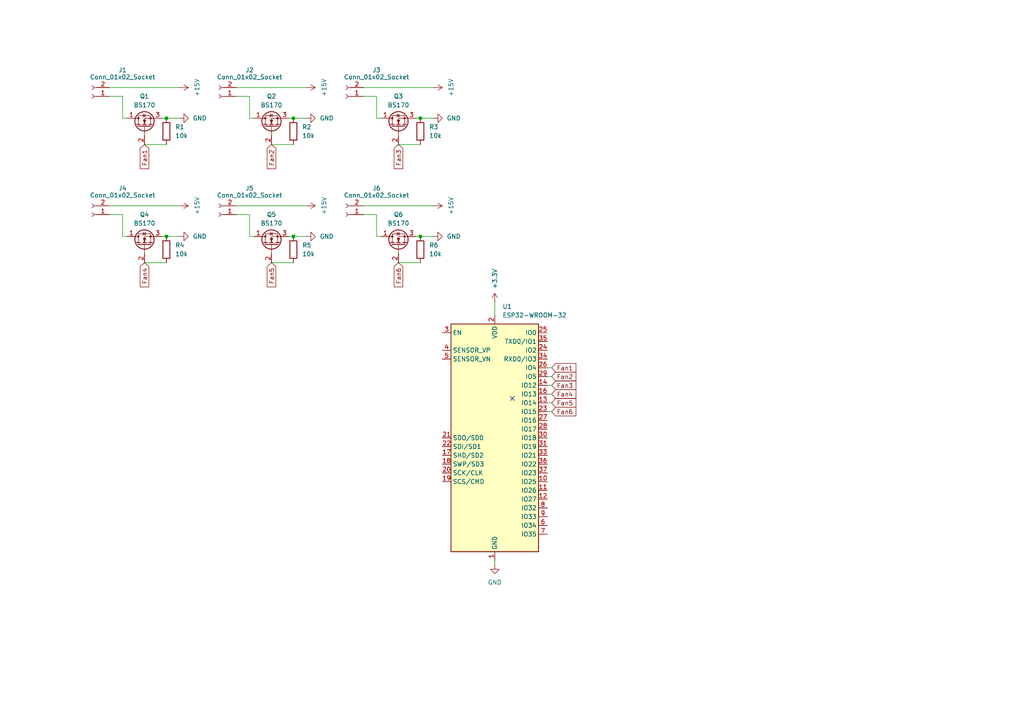
<source format=kicad_sch>
(kicad_sch (version 20231120) (generator "eeschema") (generator_version "8.0")
  (paper "A4")
  (lib_symbols
    (symbol "Connector:Conn_01x02_Socket" (pin_names (offset 1.016) hide)
      (property "Reference" "J" (at 0 2.54 0))
      (property "Value" "Conn_01x02_Socket" (at 0 -5.08 0))
      (symbol "Conn_01x02_Socket_1_1"
        (arc (start 0 -2.032) (mid -0.5058 -2.54) (end 0 -3.048) (stroke (width 0.1524)))
        (polyline (pts (xy -1.27 -2.54) (xy -0.508 -2.54)) (stroke (width 0.1524)))
        (polyline (pts (xy -1.27 0) (xy -0.508 0)) (stroke (width 0.1524)))
        (arc (start 0 0.508) (mid -0.5058 0) (end 0 -0.508) (stroke (width 0.1524)))
        (pin passive line (at -5.08 0 0) (length 3.81) (name "Pin_1") (number "1"))
        (pin passive line (at -5.08 -2.54 0) (length 3.81) (name "Pin_2") (number "2"))
      )
    )
    (symbol "Device:R" (pin_numbers hide) (pin_names (offset 0))
      (property "Reference" "R" (at 2.032 0 90))
      (property "Value" "R" (at 0 0 90))
      (symbol "R_0_1"
        (rectangle (start -1.016 -2.54) (end 1.016 2.54) (stroke (width 0.254)))
      )
      (symbol "R_1_1"
        (pin passive line (at 0 3.81 270) (length 1.27) (name "~") (number "1"))
        (pin passive line (at 0 -3.81 90) (length 1.27) (name "~") (number "2"))
      )
    )
    (symbol "RF_Module:ESP32-WROOM-32"
      (property "Reference" "U" (at -12.7 34.29 0))
      (property "Value" "ESP32-WROOM-32" (at 1.27 34.29 0))
      (symbol "ESP32-WROOM-32_0_1"
        (rectangle (start -12.7 33.02) (end 12.7 -33.02) (stroke (width 0.254)) (fill (type background)))
      )
      (symbol "ESP32-WROOM-32_1_1"
        (pin power_in line (at 0 -35.56 90) (length 2.54) (name "GND") (number "1"))
        (pin bidirectional line (at 15.24 -12.7 180) (length 2.54) (name "IO25") (number "10"))
        (pin bidirectional line (at 15.24 -15.24 180) (length 2.54) (name "IO26") (number "11"))
        (pin bidirectional line (at 15.24 -17.78 180) (length 2.54) (name "IO27") (number "12"))
        (pin bidirectional line (at 15.24 10.16 180) (length 2.54) (name "IO14") (number "13"))
        (pin bidirectional line (at 15.24 15.24 180) (length 2.54) (name "IO12") (number "14"))
        (pin passive line (at 0 -35.56 90) (length 2.54) hide (name "GND") (number "15"))
        (pin bidirectional line (at 15.24 12.7 180) (length 2.54) (name "IO13") (number "16"))
        (pin bidirectional line (at -15.24 -5.08 0) (length 2.54) (name "SHD/SD2") (number "17"))
        (pin bidirectional line (at -15.24 -7.62 0) (length 2.54) (name "SWP/SD3") (number "18"))
        (pin bidirectional line (at -15.24 -12.7 0) (length 2.54) (name "SCS/CMD") (number "19"))
        (pin power_in line (at 0 35.56 270) (length 2.54) (name "VDD") (number "2"))
        (pin bidirectional line (at -15.24 -10.16 0) (length 2.54) (name "SCK/CLK") (number "20"))
        (pin bidirectional line (at -15.24 0 0) (length 2.54) (name "SDO/SD0") (number "21"))
        (pin bidirectional line (at -15.24 -2.54 0) (length 2.54) (name "SDI/SD1") (number "22"))
        (pin bidirectional line (at 15.24 7.62 180) (length 2.54) (name "IO15") (number "23"))
        (pin bidirectional line (at 15.24 25.4 180) (length 2.54) (name "IO2") (number "24"))
        (pin bidirectional line (at 15.24 30.48 180) (length 2.54) (name "IO0") (number "25"))
        (pin bidirectional line (at 15.24 20.32 180) (length 2.54) (name "IO4") (number "26"))
        (pin bidirectional line (at 15.24 5.08 180) (length 2.54) (name "IO16") (number "27"))
        (pin bidirectional line (at 15.24 2.54 180) (length 2.54) (name "IO17") (number "28"))
        (pin bidirectional line (at 15.24 17.78 180) (length 2.54) (name "IO5") (number "29"))
        (pin input line (at -15.24 30.48 0) (length 2.54) (name "EN") (number "3"))
        (pin bidirectional line (at 15.24 0 180) (length 2.54) (name "IO18") (number "30"))
        (pin bidirectional line (at 15.24 -2.54 180) (length 2.54) (name "IO19") (number "31"))
        (pin no_connect line (at -12.7 -27.94 0) (length 2.54) hide (name "NC") (number "32"))
        (pin bidirectional line (at 15.24 -5.08 180) (length 2.54) (name "IO21") (number "33"))
        (pin bidirectional line (at 15.24 22.86 180) (length 2.54) (name "RXD0/IO3") (number "34"))
        (pin bidirectional line (at 15.24 27.94 180) (length 2.54) (name "TXD0/IO1") (number "35"))
        (pin bidirectional line (at 15.24 -7.62 180) (length 2.54) (name "IO22") (number "36"))
        (pin bidirectional line (at 15.24 -10.16 180) (length 2.54) (name "IO23") (number "37"))
        (pin passive line (at 0 -35.56 90) (length 2.54) hide (name "GND") (number "38"))
        (pin passive line (at 0 -35.56 90) (length 2.54) hide (name "GND") (number "39"))
        (pin input line (at -15.24 25.4 0) (length 2.54) (name "SENSOR_VP") (number "4"))
        (pin input line (at -15.24 22.86 0) (length 2.54) (name "SENSOR_VN") (number "5"))
        (pin input line (at 15.24 -25.4 180) (length 2.54) (name "IO34") (number "6"))
        (pin input line (at 15.24 -27.94 180) (length 2.54) (name "IO35") (number "7"))
        (pin bidirectional line (at 15.24 -20.32 180) (length 2.54) (name "IO32") (number "8"))
        (pin bidirectional line (at 15.24 -22.86 180) (length 2.54) (name "IO33") (number "9"))
      )
    )
    (symbol "Transistor_FET:BS170" (pin_names hide)
      (property "Reference" "Q" (at 5.08 1.905 0))
      (property "Value" "BS170" (at 5.08 0 0))
      (symbol "BS170_0_1"
        (polyline (pts (xy 0.254 0) (xy -2.54 0)))
        (polyline (pts (xy 0.254 1.905) (xy 0.254 -1.905)) (stroke (width 0.254)))
        (polyline (pts (xy 0.762 -1.27) (xy 0.762 -2.286)) (stroke (width 0.254)))
        (polyline (pts (xy 0.762 0.508) (xy 0.762 -0.508)) (stroke (width 0.254)))
        (polyline (pts (xy 0.762 2.286) (xy 0.762 1.27)) (stroke (width 0.254)))
        (polyline (pts (xy 2.54 2.54) (xy 2.54 1.778)))
        (polyline (pts (xy 2.54 -2.54) (xy 2.54 0) (xy 0.762 0)))
        (polyline (pts (xy 0.762 -1.778) (xy 3.302 -1.778) (xy 3.302 1.778) (xy 0.762 1.778)))
        (polyline (pts (xy 1.016 0) (xy 2.032 0.381) (xy 2.032 -0.381) (xy 1.016 0)) (fill (type outline)))
        (polyline (pts (xy 2.794 0.508) (xy 2.921 0.381) (xy 3.683 0.381) (xy 3.81 0.254)))
        (polyline (pts (xy 3.302 0.381) (xy 2.921 -0.254) (xy 3.683 -0.254) (xy 3.302 0.381)))
        (circle (center 1.651 0) (radius 2.794) (stroke (width 0.254)))
        (circle (center 2.54 -1.778) (radius 0.254) (fill (type outline)))
        (circle (center 2.54 1.778) (radius 0.254) (fill (type outline)))
      )
      (symbol "BS170_1_1"
        (pin passive line (at 2.54 5.08 270) (length 2.54) (name "D") (number "1"))
        (pin input line (at -5.08 0 0) (length 2.54) (name "G") (number "2"))
        (pin passive line (at 2.54 -5.08 90) (length 2.54) (name "S") (number "3"))
      )
    )
    (symbol "power:+15V" (power) (pin_numbers hide) (pin_names (offset 0) hide)
      (property "Value" "+15V" (at 0 3.556 0))
      (symbol "+15V_0_1"
        (polyline (pts (xy -0.762 1.27) (xy 0 2.54)))
        (polyline (pts (xy 0 0) (xy 0 2.54)))
        (polyline (pts (xy 0 2.54) (xy 0.762 1.27)))
      )
      (symbol "+15V_1_1"
        (pin power_in line (at 0 0 90) (length 0) (name "~") (number "1"))
      )
    )
    (symbol "power:+3.3V" (power) (pin_numbers hide) (pin_names (offset 0) hide)
      (property "Value" "+3.3V" (at 0 3.556 0))
      (symbol "+3.3V_0_1"
        (polyline (pts (xy -0.762 1.27) (xy 0 2.54)))
        (polyline (pts (xy 0 0) (xy 0 2.54)))
        (polyline (pts (xy 0 2.54) (xy 0.762 1.27)))
      )
      (symbol "+3.3V_1_1"
        (pin power_in line (at 0 0 90) (length 0) (name "~") (number "1"))
      )
    )
    (symbol "power:GND" (power) (pin_numbers hide) (pin_names (offset 0) hide)
      (property "Value" "GND" (at 0 -3.81 0))
      (symbol "GND_0_1"
        (polyline (pts (xy 0 0) (xy 0 -1.27) (xy 1.27 -1.27) (xy 0 -2.54) (xy -1.27 -1.27) (xy 0 -1.27)))
      )
      (symbol "GND_1_1"
        (pin power_in line (at 0 0 270) (length 0) (name "~") (number "1"))
      )
    )
  )
  (junction (at 121.92 34.29))
  (junction (at 48.26 68.58))
  (junction (at 85.09 34.29))
  (junction (at 121.92 68.58))
  (junction (at 85.09 68.58))
  (junction (at 48.26 34.29))
  (no_connect (at 148.59 115.57))
  (wire (pts (xy 72.39 27.94) (xy 72.39 34.29)))
  (wire (pts (xy 158.75 116.84) (xy 160.02 116.84)))
  (wire (pts (xy 35.56 27.94) (xy 35.56 34.29)))
  (wire (pts (xy 35.56 34.29) (xy 36.83 34.29)))
  (wire (pts (xy 78.74 41.91) (xy 85.09 41.91)))
  (wire (pts (xy 72.39 68.58) (xy 73.66 68.58)))
  (wire (pts (xy 83.82 68.58) (xy 85.09 68.58)))
  (wire (pts (xy 48.26 34.29) (xy 52.07 34.29)))
  (wire (pts (xy 143.51 163.83) (xy 143.51 162.56)))
  (wire (pts (xy 115.57 41.91) (xy 121.92 41.91)))
  (wire (pts (xy 125.73 25.4) (xy 105.41 25.4)))
  (wire (pts (xy 72.39 62.23) (xy 72.39 68.58)))
  (wire (pts (xy 158.75 114.3) (xy 160.02 114.3)))
  (wire (pts (xy 109.22 62.23) (xy 109.22 68.58)))
  (wire (pts (xy 105.41 62.23) (xy 109.22 62.23)))
  (wire (pts (xy 125.73 59.69) (xy 105.41 59.69)))
  (wire (pts (xy 121.92 34.29) (xy 125.73 34.29)))
  (wire (pts (xy 85.09 68.58) (xy 88.9 68.58)))
  (wire (pts (xy 109.22 27.94) (xy 109.22 34.29)))
  (wire (pts (xy 105.41 27.94) (xy 109.22 27.94)))
  (wire (pts (xy 109.22 34.29) (xy 110.49 34.29)))
  (wire (pts (xy 31.75 27.94) (xy 35.56 27.94)))
  (wire (pts (xy 120.65 34.29) (xy 121.92 34.29)))
  (wire (pts (xy 52.07 25.4) (xy 31.75 25.4)))
  (wire (pts (xy 46.99 68.58) (xy 48.26 68.58)))
  (wire (pts (xy 109.22 68.58) (xy 110.49 68.58)))
  (wire (pts (xy 158.75 109.22) (xy 160.02 109.22)))
  (wire (pts (xy 158.75 111.76) (xy 160.02 111.76)))
  (wire (pts (xy 83.82 34.29) (xy 85.09 34.29)))
  (wire (pts (xy 120.65 68.58) (xy 121.92 68.58)))
  (wire (pts (xy 158.75 106.68) (xy 160.02 106.68)))
  (wire (pts (xy 46.99 34.29) (xy 48.26 34.29)))
  (wire (pts (xy 78.74 76.2) (xy 85.09 76.2)))
  (wire (pts (xy 41.91 41.91) (xy 48.26 41.91)))
  (wire (pts (xy 41.91 76.2) (xy 48.26 76.2)))
  (wire (pts (xy 143.51 87.63) (xy 143.51 91.44)))
  (wire (pts (xy 72.39 34.29) (xy 73.66 34.29)))
  (wire (pts (xy 35.56 68.58) (xy 36.83 68.58)))
  (wire (pts (xy 35.56 62.23) (xy 35.56 68.58)))
  (wire (pts (xy 85.09 34.29) (xy 88.9 34.29)))
  (wire (pts (xy 88.9 59.69) (xy 68.58 59.69)))
  (wire (pts (xy 121.92 68.58) (xy 125.73 68.58)))
  (wire (pts (xy 68.58 27.94) (xy 72.39 27.94)))
  (wire (pts (xy 68.58 62.23) (xy 72.39 62.23)))
  (wire (pts (xy 158.75 119.38) (xy 160.02 119.38)))
  (wire (pts (xy 52.07 59.69) (xy 31.75 59.69)))
  (wire (pts (xy 48.26 68.58) (xy 52.07 68.58)))
  (wire (pts (xy 115.57 76.2) (xy 121.92 76.2)))
  (wire (pts (xy 88.9 25.4) (xy 68.58 25.4)))
  (wire (pts (xy 31.75 62.23) (xy 35.56 62.23)))
  (global_label "Fan5" (shape input) (at 160.02 116.84 0) (property "Intersheetrefs" "${INTERSHEET_REFS}" (effects (hide yes))))
  (global_label "Fan2" (shape input) (at 160.02 109.22 0) (property "Intersheetrefs" "${INTERSHEET_REFS}" (effects (hide yes))))
  (global_label "Fan3" (shape input) (at 160.02 111.76 0) (property "Intersheetrefs" "${INTERSHEET_REFS}" (effects (hide yes))))
  (global_label "Fan4" (shape input) (at 160.02 114.3 0) (property "Intersheetrefs" "${INTERSHEET_REFS}" (effects (hide yes))))
  (global_label "Fan6" (shape input) (at 160.02 119.38 0) (property "Intersheetrefs" "${INTERSHEET_REFS}" (effects (hide yes))))
  (global_label "Fan1" (shape input) (at 160.02 106.68 0) (property "Intersheetrefs" "${INTERSHEET_REFS}" (effects (hide yes))))
  (global_label "Fan5" (shape input) (at 78.74 76.2 270) (property "Intersheetrefs" "${INTERSHEET_REFS}" (effects (hide yes))))
  (global_label "Fan2" (shape input) (at 78.74 41.91 270) (property "Intersheetrefs" "${INTERSHEET_REFS}" (effects (hide yes))))
  (global_label "Fan3" (shape input) (at 115.57 41.91 270) (property "Intersheetrefs" "${INTERSHEET_REFS}" (effects (hide yes))))
  (global_label "Fan1" (shape input) (at 41.91 41.91 270) (property "Intersheetrefs" "${INTERSHEET_REFS}" (effects (hide yes))))
  (global_label "Fan6" (shape input) (at 115.57 76.2 270) (property "Intersheetrefs" "${INTERSHEET_REFS}" (effects (hide yes))))
  (global_label "Fan4" (shape input) (at 41.91 76.2 270) (property "Intersheetrefs" "${INTERSHEET_REFS}" (effects (hide yes))))
  (symbol (lib_id "RF_Module:ESP32-WROOM-32") (at 143.51 127 0) (unit 1)
    (property "Reference" "U1" (at 145.7041 88.9 0) (effects (justify left)))
    (property "Value" "ESP32-WROOM-32" (at 145.7041 91.44 0) (effects (justify left)))
    (property "Footprint" "RF_Module:ESP32-WROOM-32" (effects (hide yes)))
    (property "Datasheet" "https://www.espressif.com/sites/default/files/documentation/esp32-wroom-32_datasheet_en.pdf" (effects (hide yes)))
    (property "Description" "RF Module, ESP32-D0WDQ6 SoC, Wi-Fi 802.11b/g/n, Bluetooth, BLE, 32-bit, 2.7-3.6V, onboard antenna, SMD" (effects (hide yes)))
  )
  (symbol (lib_id "Connector:Conn_01x02_Socket") (at 100.33 62.23 180) (unit 1)
    (property "Reference" "J6" (at 109.22 54.61 0))
    (property "Value" "Conn_01x02_Socket" (at 109.22 56.642 0))
    (property "Footprint" "Connector_Wire:SolderWire-0.25sqmm_1x02_P4.2mm_D0.65mm_OD1.7mm" (effects (hide yes)))
    (property "Description" "Generic connector, single row, 01x02, script generated" (effects (hide yes)))
  )
  (symbol (lib_id "Transistor_FET:BS170") (at 78.74 36.83 90) (unit 1)
    (property "Reference" "Q2" (at 78.74 27.94 90))
    (property "Value" "BS170" (at 78.74 30.48 90))
    (property "Footprint" "Package_TO_SOT_THT:TO-92_Inline" (effects (hide yes)))
    (property "Datasheet" "https://www.onsemi.com/pub/Collateral/BS170-D.PDF" (effects (hide yes)))
    (property "Description" "0.5A Id, 60V Vds, N-Channel MOSFET, TO-92" (effects (hide yes)))
  )
  (symbol (lib_id "Device:R") (at 121.92 72.39 0) (unit 1)
    (property "Reference" "R6" (at 124.46 71.1199 0) (effects (justify left)))
    (property "Value" "10k" (at 124.46 73.6599 0) (effects (justify left)))
    (property "Footprint" "Resistor_THT:R_Axial_DIN0614_L14.3mm_D5.7mm_P20.32mm_Horizontal" (effects (hide yes)))
    (property "Description" "Resistor" (effects (hide yes)))
  )
  (symbol (lib_id "Transistor_FET:BS170") (at 78.74 71.12 90) (unit 1)
    (property "Reference" "Q5" (at 78.74 62.23 90))
    (property "Value" "BS170" (at 78.74 64.77 90))
    (property "Footprint" "Package_TO_SOT_THT:TO-92_Inline" (effects (hide yes)))
    (property "Datasheet" "https://www.onsemi.com/pub/Collateral/BS170-D.PDF" (effects (hide yes)))
    (property "Description" "0.5A Id, 60V Vds, N-Channel MOSFET, TO-92" (effects (hide yes)))
  )
  (symbol (lib_id "power:GND") (at 125.73 34.29 90) (unit 1)
    (property "Reference" "#PWR8" (effects (hide yes)))
    (property "Value" "GND" (at 129.54 34.2899 90) (effects (justify right)))
    (property "Description" "Power symbol creates a global label with name \"GND\" , ground" (effects (hide yes)))
  )
  (symbol (lib_id "power:+15V") (at 88.9 25.4 270) (unit 1)
    (property "Reference" "#PWR5" (effects (hide yes)))
    (property "Value" "+15V" (at 93.98 25.4 0))
    (property "Description" "Power symbol creates a global label with name \"+15V\"" (effects (hide yes)))
  )
  (symbol (lib_id "Device:R") (at 48.26 72.39 0) (unit 1)
    (property "Reference" "R4" (at 50.8 71.1199 0) (effects (justify left)))
    (property "Value" "10k" (at 50.8 73.6599 0) (effects (justify left)))
    (property "Footprint" "Resistor_THT:R_Axial_DIN0614_L14.3mm_D5.7mm_P20.32mm_Horizontal" (effects (hide yes)))
    (property "Description" "Resistor" (effects (hide yes)))
  )
  (symbol (lib_id "power:+15V") (at 125.73 59.69 270) (unit 1)
    (property "Reference" "#PWR13" (effects (hide yes)))
    (property "Value" "+15V" (at 130.81 59.69 0))
    (property "Description" "Power symbol creates a global label with name \"+15V\"" (effects (hide yes)))
  )
  (symbol (lib_id "power:+15V") (at 52.07 25.4 270) (unit 1)
    (property "Reference" "#PWR3" (effects (hide yes)))
    (property "Value" "+15V" (at 57.15 25.4 0))
    (property "Description" "Power symbol creates a global label with name \"+15V\"" (effects (hide yes)))
  )
  (symbol (lib_id "power:GND") (at 52.07 68.58 90) (unit 1)
    (property "Reference" "#PWR10" (effects (hide yes)))
    (property "Value" "GND" (at 55.88 68.5799 90) (effects (justify right)))
    (property "Description" "Power symbol creates a global label with name \"GND\" , ground" (effects (hide yes)))
  )
  (symbol (lib_id "Connector:Conn_01x02_Socket") (at 100.33 27.94 180) (unit 1)
    (property "Reference" "J3" (at 109.22 20.32 0))
    (property "Value" "Conn_01x02_Socket" (at 109.22 22.352 0))
    (property "Footprint" "Connector_Wire:SolderWire-0.25sqmm_1x02_P4.2mm_D0.65mm_OD1.7mm" (effects (hide yes)))
    (property "Description" "Generic connector, single row, 01x02, script generated" (effects (hide yes)))
  )
  (symbol (lib_id "Connector:Conn_01x02_Socket") (at 63.5 27.94 180) (unit 1)
    (property "Reference" "J2" (at 72.39 20.32 0))
    (property "Value" "Conn_01x02_Socket" (at 72.39 22.352 0))
    (property "Footprint" "Connector_Wire:SolderWire-0.25sqmm_1x02_P4.2mm_D0.65mm_OD1.7mm" (effects (hide yes)))
    (property "Description" "Generic connector, single row, 01x02, script generated" (effects (hide yes)))
  )
  (symbol (lib_id "Device:R") (at 85.09 38.1 0) (unit 1)
    (property "Reference" "R2" (at 87.63 36.8299 0) (effects (justify left)))
    (property "Value" "10k" (at 87.63 39.3699 0) (effects (justify left)))
    (property "Footprint" "Resistor_THT:R_Axial_DIN0614_L14.3mm_D5.7mm_P20.32mm_Horizontal" (effects (hide yes)))
    (property "Description" "Resistor" (effects (hide yes)))
  )
  (symbol (lib_id "power:GND") (at 52.07 34.29 90) (unit 1)
    (property "Reference" "#PWR4" (effects (hide yes)))
    (property "Value" "GND" (at 55.88 34.2899 90) (effects (justify right)))
    (property "Description" "Power symbol creates a global label with name \"GND\" , ground" (effects (hide yes)))
  )
  (symbol (lib_id "power:+3.3V") (at 143.51 87.63 0) (unit 1)
    (property "Reference" "#PWR1" (effects (hide yes)))
    (property "Value" "+3.3V" (at 143.5101 83.82 90) (effects (justify left)))
    (property "Description" "Power symbol creates a global label with name \"+3.3V\"" (effects (hide yes)))
  )
  (symbol (lib_id "Transistor_FET:BS170") (at 41.91 36.83 90) (unit 1)
    (property "Reference" "Q1" (at 41.91 27.94 90))
    (property "Value" "BS170" (at 41.91 30.48 90))
    (property "Footprint" "Package_TO_SOT_THT:TO-92_Inline" (effects (hide yes)))
    (property "Datasheet" "https://www.onsemi.com/pub/Collateral/BS170-D.PDF" (effects (hide yes)))
    (property "Description" "0.5A Id, 60V Vds, N-Channel MOSFET, TO-92" (effects (hide yes)))
  )
  (symbol (lib_id "Device:R") (at 121.92 38.1 0) (unit 1)
    (property "Reference" "R3" (at 124.46 36.8299 0) (effects (justify left)))
    (property "Value" "10k" (at 124.46 39.3699 0) (effects (justify left)))
    (property "Footprint" "Resistor_THT:R_Axial_DIN0614_L14.3mm_D5.7mm_P20.32mm_Horizontal" (effects (hide yes)))
    (property "Description" "Resistor" (effects (hide yes)))
  )
  (symbol (lib_id "Transistor_FET:BS170") (at 41.91 71.12 90) (unit 1)
    (property "Reference" "Q4" (at 41.91 62.23 90))
    (property "Value" "BS170" (at 41.91 64.77 90))
    (property "Footprint" "Package_TO_SOT_THT:TO-92_Inline" (effects (hide yes)))
    (property "Datasheet" "https://www.onsemi.com/pub/Collateral/BS170-D.PDF" (effects (hide yes)))
    (property "Description" "0.5A Id, 60V Vds, N-Channel MOSFET, TO-92" (effects (hide yes)))
  )
  (symbol (lib_id "Transistor_FET:BS170") (at 115.57 36.83 90) (unit 1)
    (property "Reference" "Q3" (at 115.57 27.94 90))
    (property "Value" "BS170" (at 115.57 30.48 90))
    (property "Footprint" "Package_TO_SOT_THT:TO-92_Inline" (effects (hide yes)))
    (property "Datasheet" "https://www.onsemi.com/pub/Collateral/BS170-D.PDF" (effects (hide yes)))
    (property "Description" "0.5A Id, 60V Vds, N-Channel MOSFET, TO-92" (effects (hide yes)))
  )
  (symbol (lib_id "Device:R") (at 48.26 38.1 0) (unit 1)
    (property "Reference" "R1" (at 50.8 36.8299 0) (effects (justify left)))
    (property "Value" "10k" (at 50.8 39.3699 0) (effects (justify left)))
    (property "Footprint" "Resistor_THT:R_Axial_DIN0614_L14.3mm_D5.7mm_P20.32mm_Horizontal" (effects (hide yes)))
    (property "Description" "Resistor" (effects (hide yes)))
  )
  (symbol (lib_id "Connector:Conn_01x02_Socket") (at 63.5 62.23 180) (unit 1)
    (property "Reference" "J5" (at 72.39 54.61 0))
    (property "Value" "Conn_01x02_Socket" (at 72.39 56.642 0))
    (property "Footprint" "Connector_Wire:SolderWire-0.25sqmm_1x02_P4.2mm_D0.65mm_OD1.7mm" (effects (hide yes)))
    (property "Description" "Generic connector, single row, 01x02, script generated" (effects (hide yes)))
  )
  (symbol (lib_id "Device:R") (at 85.09 72.39 0) (unit 1)
    (property "Reference" "R5" (at 87.63 71.1199 0) (effects (justify left)))
    (property "Value" "10k" (at 87.63 73.6599 0) (effects (justify left)))
    (property "Footprint" "Resistor_THT:R_Axial_DIN0614_L14.3mm_D5.7mm_P20.32mm_Horizontal" (effects (hide yes)))
    (property "Description" "Resistor" (effects (hide yes)))
  )
  (symbol (lib_id "power:GND") (at 143.51 163.83 0) (unit 1)
    (property "Reference" "#PWR2" (effects (hide yes)))
    (property "Value" "GND" (at 143.51 168.91 0))
    (property "Description" "Power symbol creates a global label with name \"GND\" , ground" (effects (hide yes)))
  )
  (symbol (lib_id "Connector:Conn_01x02_Socket") (at 26.67 27.94 180) (unit 1)
    (property "Reference" "J1" (at 35.56 20.32 0))
    (property "Value" "Conn_01x02_Socket" (at 35.56 22.352 0))
    (property "Footprint" "Connector_Wire:SolderWire-0.25sqmm_1x02_P4.2mm_D0.65mm_OD1.7mm" (effects (hide yes)))
    (property "Description" "Generic connector, single row, 01x02, script generated" (effects (hide yes)))
  )
  (symbol (lib_id "Connector:Conn_01x02_Socket") (at 26.67 62.23 180) (unit 1)
    (property "Reference" "J4" (at 35.56 54.61 0))
    (property "Value" "Conn_01x02_Socket" (at 35.56 56.642 0))
    (property "Footprint" "Connector_Wire:SolderWire-0.25sqmm_1x02_P4.2mm_D0.65mm_OD1.7mm" (effects (hide yes)))
    (property "Description" "Generic connector, single row, 01x02, script generated" (effects (hide yes)))
  )
  (symbol (lib_id "power:GND") (at 125.73 68.58 90) (unit 1)
    (property "Reference" "#PWR14" (effects (hide yes)))
    (property "Value" "GND" (at 129.54 68.5799 90) (effects (justify right)))
    (property "Description" "Power symbol creates a global label with name \"GND\" , ground" (effects (hide yes)))
  )
  (symbol (lib_id "power:GND") (at 88.9 34.29 90) (unit 1)
    (property "Reference" "#PWR6" (effects (hide yes)))
    (property "Value" "GND" (at 92.71 34.2899 90) (effects (justify right)))
    (property "Description" "Power symbol creates a global label with name \"GND\" , ground" (effects (hide yes)))
  )
  (symbol (lib_id "power:GND") (at 88.9 68.58 90) (unit 1)
    (property "Reference" "#PWR12" (effects (hide yes)))
    (property "Value" "GND" (at 92.71 68.5799 90) (effects (justify right)))
    (property "Description" "Power symbol creates a global label with name \"GND\" , ground" (effects (hide yes)))
  )
  (symbol (lib_id "power:+15V") (at 52.07 59.69 270) (unit 1)
    (property "Reference" "#PWR9" (effects (hide yes)))
    (property "Value" "+15V" (at 57.15 59.69 0))
    (property "Description" "Power symbol creates a global label with name \"+15V\"" (effects (hide yes)))
  )
  (symbol (lib_id "power:+15V") (at 88.9 59.69 270) (unit 1)
    (property "Reference" "#PWR11" (effects (hide yes)))
    (property "Value" "+15V" (at 93.98 59.69 0))
    (property "Description" "Power symbol creates a global label with name \"+15V\"" (effects (hide yes)))
  )
  (symbol (lib_id "Transistor_FET:BS170") (at 115.57 71.12 90) (unit 1)
    (property "Reference" "Q6" (at 115.57 62.23 90))
    (property "Value" "BS170" (at 115.57 64.77 90))
    (property "Footprint" "Package_TO_SOT_THT:TO-92_Inline" (effects (hide yes)))
    (property "Datasheet" "https://www.onsemi.com/pub/Collateral/BS170-D.PDF" (effects (hide yes)))
    (property "Description" "0.5A Id, 60V Vds, N-Channel MOSFET, TO-92" (effects (hide yes)))
  )
  (symbol (lib_id "power:+15V") (at 125.73 25.4 270) (unit 1)
    (property "Reference" "#PWR7" (effects (hide yes)))
    (property "Value" "+15V" (at 130.81 25.4 0))
    (property "Description" "Power symbol creates a global label with name \"+15V\"" (effects (hide yes)))
  )
)
</source>
